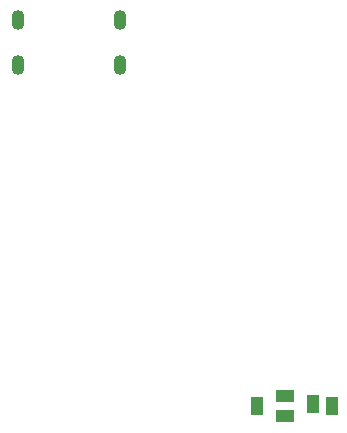
<source format=gbr>
G04*
G04 #@! TF.GenerationSoftware,Altium Limited,Altium Designer,23.10.1 (27)*
G04*
G04 Layer_Color=255*
%FSLAX44Y44*%
%MOMM*%
G71*
G04*
G04 #@! TF.SameCoordinates,EE71AB0A-04B5-4847-A965-A32D4C1E190E*
G04*
G04*
G04 #@! TF.FilePolarity,Positive*
G04*
G01*
G75*
G04:AMPARAMS|DCode=38|XSize=1.1mm|YSize=1.7mm|CornerRadius=0.55mm|HoleSize=0mm|Usage=FLASHONLY|Rotation=180.000|XOffset=0mm|YOffset=0mm|HoleType=Round|Shape=RoundedRectangle|*
%AMROUNDEDRECTD38*
21,1,1.1000,0.6000,0,0,180.0*
21,1,0.0000,1.7000,0,0,180.0*
1,1,1.1000,0.0000,0.3000*
1,1,1.1000,0.0000,0.3000*
1,1,1.1000,0.0000,-0.3000*
1,1,1.1000,0.0000,-0.3000*
%
%ADD38ROUNDEDRECTD38*%
%ADD54R,1.1000X1.6000*%
%ADD55R,1.6000X1.1000*%
D38*
X2036500Y322200D02*
D03*
Y360200D02*
D03*
X2122900Y322200D02*
D03*
Y360200D02*
D03*
D54*
X2238300Y33500D02*
D03*
X2286300Y34500D02*
D03*
X2302300Y33500D02*
D03*
D55*
X2262300Y41500D02*
D03*
Y24500D02*
D03*
M02*

</source>
